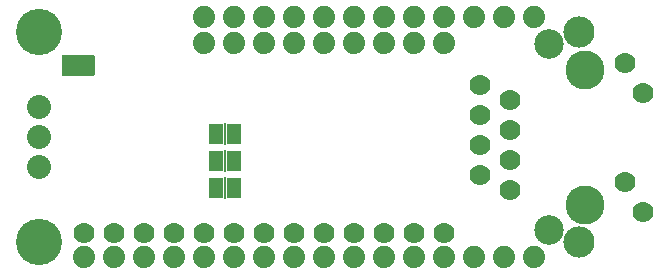
<source format=gbr>
G04 EAGLE Gerber RS-274X export*
G75*
%MOMM*%
%FSLAX34Y34*%
%LPD*%
%INSoldermask Bottom*%
%IPPOS*%
%AMOC8*
5,1,8,0,0,1.08239X$1,22.5*%
G01*
%ADD10C,1.778000*%
%ADD11C,2.501600*%
%ADD12C,3.301600*%
%ADD13R,1.270000X1.701800*%
%ADD14R,0.152400X1.828800*%
%ADD15C,2.032000*%
%ADD16C,2.641600*%
%ADD17C,3.911600*%
%ADD18C,1.879600*%
%ADD19R,0.736600X0.304800*%

G36*
X71238Y166386D02*
X71238Y166386D01*
X71357Y166393D01*
X71395Y166406D01*
X71436Y166411D01*
X71546Y166454D01*
X71659Y166491D01*
X71694Y166513D01*
X71731Y166528D01*
X71827Y166598D01*
X71928Y166661D01*
X71956Y166691D01*
X71989Y166714D01*
X72065Y166806D01*
X72146Y166893D01*
X72166Y166928D01*
X72191Y166959D01*
X72242Y167067D01*
X72300Y167171D01*
X72310Y167211D01*
X72327Y167247D01*
X72349Y167364D01*
X72379Y167479D01*
X72383Y167540D01*
X72387Y167560D01*
X72385Y167580D01*
X72389Y167640D01*
X72389Y182880D01*
X72374Y182998D01*
X72367Y183117D01*
X72354Y183155D01*
X72349Y183196D01*
X72306Y183306D01*
X72269Y183419D01*
X72247Y183454D01*
X72232Y183491D01*
X72163Y183587D01*
X72099Y183688D01*
X72069Y183716D01*
X72046Y183749D01*
X71954Y183825D01*
X71867Y183906D01*
X71832Y183926D01*
X71801Y183951D01*
X71693Y184002D01*
X71589Y184060D01*
X71549Y184070D01*
X71513Y184087D01*
X71396Y184109D01*
X71281Y184139D01*
X71221Y184143D01*
X71201Y184147D01*
X71180Y184145D01*
X71120Y184149D01*
X45720Y184149D01*
X45602Y184134D01*
X45483Y184127D01*
X45445Y184114D01*
X45404Y184109D01*
X45294Y184066D01*
X45181Y184029D01*
X45146Y184007D01*
X45109Y183992D01*
X45013Y183923D01*
X44912Y183859D01*
X44884Y183829D01*
X44851Y183806D01*
X44776Y183714D01*
X44694Y183627D01*
X44674Y183592D01*
X44649Y183561D01*
X44598Y183453D01*
X44540Y183349D01*
X44530Y183309D01*
X44513Y183273D01*
X44491Y183156D01*
X44461Y183041D01*
X44457Y182981D01*
X44453Y182961D01*
X44454Y182954D01*
X44453Y182952D01*
X44454Y182936D01*
X44451Y182880D01*
X44451Y167640D01*
X44466Y167522D01*
X44473Y167403D01*
X44486Y167365D01*
X44491Y167324D01*
X44534Y167214D01*
X44571Y167101D01*
X44593Y167066D01*
X44608Y167029D01*
X44678Y166933D01*
X44741Y166832D01*
X44771Y166804D01*
X44794Y166771D01*
X44886Y166696D01*
X44973Y166614D01*
X45008Y166594D01*
X45039Y166569D01*
X45147Y166518D01*
X45251Y166460D01*
X45291Y166450D01*
X45327Y166433D01*
X45444Y166411D01*
X45559Y166381D01*
X45620Y166377D01*
X45640Y166373D01*
X45660Y166375D01*
X45720Y166371D01*
X71120Y166371D01*
X71238Y166386D01*
G37*
D10*
X521480Y177550D03*
X536680Y152150D03*
X536680Y51050D03*
X521480Y76450D03*
D11*
X457180Y193050D03*
X457180Y35550D03*
D10*
X398780Y158750D03*
X424180Y69850D03*
X398780Y82550D03*
X424180Y95250D03*
X398780Y107950D03*
X424180Y120650D03*
X398780Y133350D03*
X424180Y146050D03*
D12*
X487680Y171450D03*
X487680Y57150D03*
D13*
X190500Y116840D03*
X175260Y116840D03*
D14*
X182880Y116840D03*
D13*
X190500Y93980D03*
X175260Y93980D03*
D14*
X182880Y93980D03*
D13*
X175260Y71120D03*
X190500Y71120D03*
D14*
X182880Y71120D03*
D15*
X25400Y139700D03*
X25400Y114300D03*
X25400Y88900D03*
D16*
X482600Y203200D03*
X482600Y25400D03*
D17*
X25400Y203200D03*
X25400Y25400D03*
D18*
X165100Y215900D03*
X190500Y215900D03*
X215900Y215900D03*
X241300Y215900D03*
X266700Y215900D03*
X292100Y215900D03*
X317500Y215900D03*
X342900Y215900D03*
X368300Y215900D03*
X393700Y215900D03*
X419100Y215900D03*
X444500Y215900D03*
X165100Y12700D03*
X190500Y12700D03*
X215900Y12700D03*
X241300Y12700D03*
X266700Y12700D03*
X292100Y12700D03*
X317500Y12700D03*
X342900Y12700D03*
X368300Y12700D03*
X393700Y12700D03*
X419100Y12700D03*
X444500Y12700D03*
X139700Y12700D03*
X114300Y12700D03*
X88900Y12700D03*
X63500Y12700D03*
X165100Y194310D03*
X190500Y194310D03*
X215900Y194310D03*
X241300Y194310D03*
X266700Y194310D03*
X292100Y194310D03*
X317500Y194310D03*
X342900Y194310D03*
X368300Y194310D03*
D10*
X368300Y33020D03*
X342900Y33020D03*
X317500Y33020D03*
X292100Y33020D03*
X266700Y33020D03*
X241300Y33020D03*
X215900Y33020D03*
X190500Y33020D03*
X165100Y33020D03*
X139700Y33020D03*
X114300Y33020D03*
X88900Y33020D03*
X63500Y33020D03*
D13*
X50800Y175260D03*
X66040Y175260D03*
D19*
X58420Y175260D03*
M02*

</source>
